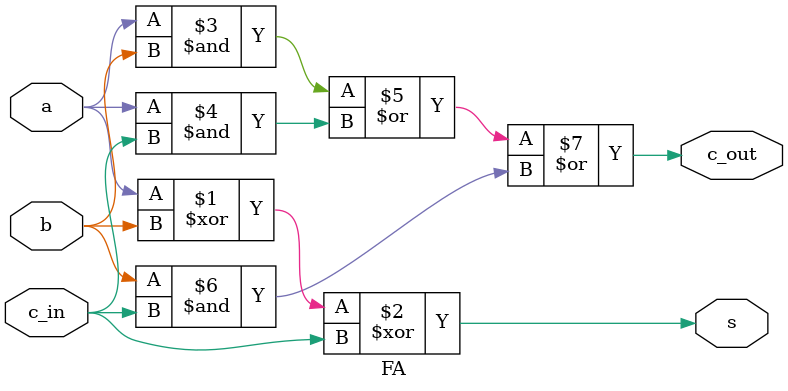
<source format=v>
module part2(Clock, Reset_b, Data, Function, ALUout);
	input Clock;
	input Reset_b;
	input [3:0] Data;
	input [2:0] Function;
	output reg [7:0] ALUout;
	reg [7:0] ALUhold;
	wire [4:0] FBRCAC_out;
	FBRCAC adder(
		.a(Data),
		.b(ALUout[3:0]),
		.s(FBRCAC_out[3:0]),
		.c_out(FBRCAC_out[4])
	);

	// ALU Circuit
	// Inputs:
	//		ALUout
	//		Data
	//		Function
	// Outputs:
	//		ALUhold
	always @(*)
	begin
		case(Function)
			3'b000: ALUhold = FBRCAC_out;
			3'b001: ALUhold = Data + ALUout[3:0];
			3'b010: ALUhold = {ALUout[3], ALUout[3], ALUout[3], ALUout[3], ALUout[3:0]};
			3'b011: ALUhold = Data[0]|Data[1]|Data[2]|Data[3]|ALUout[0]|ALUout[1]|ALUout[2]|ALUout[3] ? 8'b00000001 : 8'b00000000;
			3'b100: ALUhold = Data[0]&Data[1]&Data[2]&Data[3]&ALUout[0]&ALUout[1]&ALUout[2]&ALUout[3] ? 8'b00000001 : 8'b00000000;
			3'b101: ALUhold = ALUout[3:0] << Data;
			3'b110: ALUhold = Data * ALUout[3:0];
			3'b111: ALUhold = ALUout;
			default: ALUhold = 8'b00000000;
		endcase
	end
	
	// Register Circuit
	// Inputs:
	//		ALU_out
	//		Reset_b
	// Outputs:
	//		reg_out
	always @(posedge Clock)
	begin
	if (Reset_b == 1'b0)
		ALUout <= 8'b00000000;
	else
		ALUout <= ALUhold;
	end

endmodule

module FBRCAC (a, b, s, c_out);
	input [3:0] a;
	input [3:0] b;
	output [3:0] s;
	output c_out;
	wire c[3:0];
	assign c[0] = 1'b0;

	FA u0(.a(a[0]), .b(b[0]), .c_in(c[0]), .s(s[0]), .c_out(c[1]));
	FA u1(.a(a[1]), .b(b[1]), .c_in(c[1]), .s(s[1]), .c_out(c[2]));
	FA u2(.a(a[2]), .b(b[2]), .c_in(c[2]), .s(s[2]), .c_out(c[3]));
	FA u3(.a(a[3]), .b(b[3]), .c_in(c[3]), .s(s[3]), .c_out(c_out));
endmodule 

module FA (a, b, c_in, s, c_out);
	input a, b, c_in;
	output c_out, s;
	
	assign s	= a^b^c_in;
	assign c_out = (a & b)|(a & c_in)|(b & c_in);
endmodule


</source>
